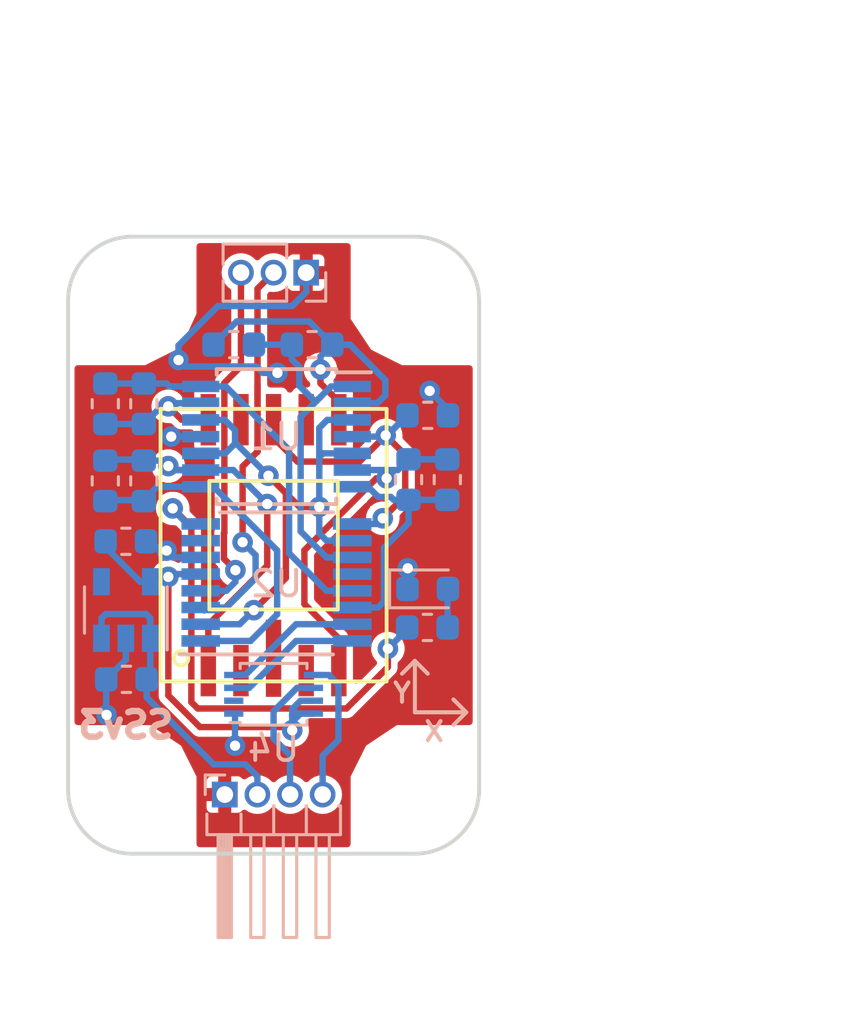
<source format=kicad_pcb>
(kicad_pcb (version 20211014) (generator pcbnew)
  (title_block (title "PSD Sun Sensor") (date "2021-06-29") (rev "v3") (company "Aalto University") (comment 1 "Petri Niemelä"))
  (layers (0 "F.Cu" signal) (31 "B.Cu" signal) (34 "B.Paste" user) (35 "F.Paste" user) (36 "B.SilkS" user "B.Silkscreen") (37 "F.SilkS" user "F.Silkscreen") (38 "B.Mask" user) (39 "F.Mask" user) (44 "Edge.Cuts" user))
  (net 0 "")
  (net 1 "+3V3")
  (net 2 "GND")
  (net 3 "/VX1")
  (net 4 "Net-(C3-Pad2)")
  (net 5 "Net-(C4-Pad2)")
  (net 6 "/VX2")
  (net 7 "/VY1")
  (net 8 "Net-(C5-Pad2)")
  (net 9 "Net-(C6-Pad2)")
  (net 10 "/VY2")
  (net 16 "/V_ref")
  (net 17 "/SCL")
  (net 18 "/SDA")
  (net 19 "/Vopamp")
  (net 20 "/SBWTDIO")
  (net 21 "/VIN")
  (net 22 "/SBWTCK")
  (net 23 "Net-(D2-Pad2)")
  (net 24 "/LED")
  (net 28 "/SDA_OUT")
  (net 29 "/SCL_OUT")
  (footprint "MountingHole:MountingHole_2.2mm_M2" (layer "F.Cu") (at 144.5 109.5)
    (fp_text reference "MH4" hide)
    (fp_text value "MountingHole")
    (pad "" np_thru_hole circle locked (at 0 0) (size 2.2 2.2) (drill 2.2) (layers *.Cu *.Mask))
  )
  (footprint "MountingHole:MountingHole_2.2mm_M2" (layer "F.Cu") (at 155.5 90.5)
    (fp_text reference "MH2" hide)
    (fp_text value "MountingHole")
    (pad "" np_thru_hole circle locked (at 0 0) (size 2.2 2.2) (drill 2.2) (layers *.Cu *.Mask))
  )
  (footprint "MountingHole:MountingHole_2.2mm_M2" (layer "F.Cu") (at 155.5 109.5)
    (fp_text reference "MH3" hide)
    (fp_text value "MountingHole")
    (pad "" np_thru_hole circle locked (at 0 0) (size 2.2 2.2) (drill 2.2) (layers *.Cu *.Mask))
  )
  (footprint "MountingHole:MountingHole_2.2mm_M2" (layer "F.Cu") (at 144.5 90.5)
    (fp_text reference "MH1" hide)
    (fp_text value "MountingHole")
    (pad "" np_thru_hole circle locked (at 0 0) (size 2.2 2.2) (drill 2.2) (layers *.Cu *.Mask))
  )
  (footprint "Foresail:Hamatsu_S5980" (layer "F.Cu") (at 150 100)
    (fp_text reference "D1" hide)
    (fp_text value "Hamamatsu S5990-01")
    (fp_line (start -2.5 2.5) (end -2.5 -2.5) (layer "F.SilkS") (width 0.15))
    (fp_line (start -4.4 -5.3) (end 4.4 -5.3) (layer "F.SilkS") (width 0.15))
    (fp_line (start -2.5 -2.5) (end 2.5 -2.5) (layer "F.SilkS") (width 0.15))
    (fp_line (start 2.5 -2.5) (end 2.5 2.5) (layer "F.SilkS") (width 0.15))
    (fp_line (start 4.4 -5.3) (end 4.4 5.3) (layer "F.SilkS") (width 0.15))
    (fp_line (start 2.5 2.5) (end -2.5 2.5) (layer "F.SilkS") (width 0.15))
    (fp_line (start -4.4 5.3) (end -4.4 -5.3) (layer "F.SilkS") (width 0.15))
    (fp_line (start 4.4 5.3) (end -4.4 5.3) (layer "F.SilkS") (width 0.15))
    (fp_circle (center -3.6 4.4) (end -3.317157 4.4) (layer "F.SilkS") (width 0.15) (fill none))
    (pad "1" smd rect locked (at -2.54 4.88) (size 0.6 2) (layers "F.Cu" "F.Paste" "F.Mask") (net 9 "Net-(C6-Pad2)"))
    (pad "2" smd rect locked (at -1.27 4.88) (size 0.6 2) (layers "F.Cu" "F.Paste" "F.Mask"))
    (pad "3" smd rect locked (at 0 4.4) (size 0.6 3) (layers "F.Cu" "F.Paste" "F.Mask"))
    (pad "4" smd rect locked (at 1.27 4.88) (size 0.6 2) (layers "F.Cu" "F.Paste" "F.Mask"))
    (pad "5" smd rect locked (at 2.54 4.88) (size 0.6 2) (layers "F.Cu" "F.Paste" "F.Mask") (net 5 "Net-(C4-Pad2)"))
    (pad "6" smd rect locked (at 2.54 -4.88) (size 0.6 2) (layers "F.Cu" "F.Paste" "F.Mask") (net 8 "Net-(C5-Pad2)"))
    (pad "7" smd rect locked (at 1.27 -4.88) (size 0.6 2) (layers "F.Cu" "F.Paste" "F.Mask"))
    (pad "8" smd rect locked (at 0 -4.88) (size 0.6 2) (layers "F.Cu" "F.Paste" "F.Mask") (net 19 "/Vopamp"))
    (pad "9" smd rect locked (at -1.27 -4.88) (size 0.6 2) (layers "F.Cu" "F.Paste" "F.Mask"))
    (pad "10" smd rect locked (at -2.54 -4.88) (size 0.6 2) (layers "F.Cu" "F.Paste" "F.Mask") (net 4 "Net-(C3-Pad2)"))
  )
  (footprint "Capacitor_SMD:C_0603_1608Metric" (layer "B.Cu") (at 156 94.95 180)
    (fp_text reference "C1" hide)
    (fp_text value "10n")
    (fp_line (start -0.162779 -0.51) (end 0.162779 -0.51) (layer "B.SilkS") (width 0.12))
    (fp_line (start -0.162779 0.51) (end 0.162779 0.51) (layer "B.SilkS") (width 0.12))
    (pad "1" smd roundrect locked (at -0.7875 0 180) (size 0.875 0.95) (layers "B.Cu" "B.Paste" "B.Mask") (net 2 "GND"))
    (pad "2" smd roundrect locked (at 0.7875 0 180) (size 0.875 0.95) (layers "B.Cu" "B.Paste" "B.Mask") (net 19 "/Vopamp"))
  )
  (footprint "Resistor_SMD:R_0603_1608Metric" (layer "B.Cu") (at 143.45 97.5 90)
    (fp_text reference "R4" hide)
    (fp_text value "9k1")
    (fp_line (start -0.162779 -0.51) (end 0.162779 -0.51) (layer "B.SilkS") (width 0.12))
    (fp_line (start -0.162779 0.51) (end 0.162779 0.51) (layer "B.SilkS") (width 0.12))
    (pad "1" smd roundrect locked (at -0.7875 0 90) (size 0.875 0.95) (layers "B.Cu" "B.Paste" "B.Mask") (net 3 "/VX1"))
    (pad "2" smd roundrect locked (at 0.7875 0 90) (size 0.875 0.95) (layers "B.Cu" "B.Paste" "B.Mask") (net 9 "Net-(C6-Pad2)"))
  )
  (footprint "Capacitor_SMD:C_0603_1608Metric" (layer "B.Cu") (at 143.45 94.5 -90)
    (fp_text reference "C3" hide)
    (fp_text value "470n")
    (fp_line (start -0.162779 -0.51) (end 0.162779 -0.51) (layer "B.SilkS") (width 0.12))
    (fp_line (start -0.162779 0.51) (end 0.162779 0.51) (layer "B.SilkS") (width 0.12))
    (pad "1" smd roundrect locked (at -0.7875 0 270) (size 0.875 0.95) (layers "B.Cu" "B.Paste" "B.Mask") (net 10 "/VY2"))
    (pad "2" smd roundrect locked (at 0.7875 0 270) (size 0.875 0.95) (layers "B.Cu" "B.Paste" "B.Mask") (net 4 "Net-(C3-Pad2)"))
  )
  (footprint "Capacitor_SMD:C_0603_1608Metric" (layer "B.Cu") (at 144.95 97.5 90)
    (fp_text reference "C6" hide)
    (fp_text value "470n")
    (fp_line (start -0.162779 -0.51) (end 0.162779 -0.51) (layer "B.SilkS") (width 0.12))
    (fp_line (start -0.162779 0.51) (end 0.162779 0.51) (layer "B.SilkS") (width 0.12))
    (pad "1" smd roundrect locked (at -0.7875 0 90) (size 0.875 0.95) (layers "B.Cu" "B.Paste" "B.Mask") (net 3 "/VX1"))
    (pad "2" smd roundrect locked (at 0.7875 0 90) (size 0.875 0.95) (layers "B.Cu" "B.Paste" "B.Mask") (net 9 "Net-(C6-Pad2)"))
  )
  (footprint "Resistor_SMD:R_0603_1608Metric" (layer "B.Cu") (at 144.95 94.5 -90)
    (fp_text reference "R1" hide)
    (fp_text value "9k1")
    (fp_line (start -0.162779 0.51) (end 0.162779 0.51) (layer "B.SilkS") (width 0.12))
    (fp_line (start -0.162779 -0.51) (end 0.162779 -0.51) (layer "B.SilkS") (width 0.12))
    (pad "1" smd roundrect locked (at -0.7875 0 270) (size 0.875 0.95) (layers "B.Cu" "B.Paste" "B.Mask") (net 10 "/VY2"))
    (pad "2" smd roundrect locked (at 0.7875 0 270) (size 0.875 0.95) (layers "B.Cu" "B.Paste" "B.Mask") (net 4 "Net-(C3-Pad2)"))
  )
  (footprint "Capacitor_SMD:C_0603_1608Metric" (layer "B.Cu") (at 148.45 92.2 180)
    (fp_text reference "C5" hide)
    (fp_text value "470n")
    (fp_line (start -0.162779 0.51) (end 0.162779 0.51) (layer "B.SilkS") (width 0.12))
    (fp_line (start -0.162779 -0.51) (end 0.162779 -0.51) (layer "B.SilkS") (width 0.12))
    (pad "1" smd roundrect locked (at -0.7875 0 180) (size 0.875 0.95) (layers "B.Cu" "B.Paste" "B.Mask") (net 6 "/VX2"))
    (pad "2" smd roundrect locked (at 0.7875 0 180) (size 0.875 0.95) (layers "B.Cu" "B.Paste" "B.Mask") (net 8 "Net-(C5-Pad2)"))
  )
  (footprint "LED_SMD:LED_0603_1608Metric" (layer "B.Cu") (at 156 101.7)
    (fp_text reference "D2" hide)
    (fp_text value "YELLOW LED")
    (fp_line (start -1.485 0.735) (end -1.485 -0.735) (layer "B.SilkS") (width 0.12))
    (fp_line (start 0.8 0.735) (end -1.485 0.735) (layer "B.SilkS") (width 0.12))
    (fp_line (start -1.485 -0.735) (end 0.8 -0.735) (layer "B.SilkS") (width 0.12))
    (pad "1" smd roundrect locked (at -0.7875 0) (size 0.875 0.95) (layers "B.Cu" "B.Paste" "B.Mask") (net 2 "GND"))
    (pad "2" smd roundrect locked (at 0.7875 0) (size 0.875 0.95) (layers "B.Cu" "B.Paste" "B.Mask") (net 23 "Net-(D2-Pad2)"))
  )
  (footprint "Package_TO_SOT_SMD:SOT-23-5" (layer "B.Cu") (at 144.25 102.522 90)
    (fp_text reference "U3" hide)
    (fp_text value "TLV71333P-Q1")
    (fp_line (start -0.9 -1.61) (end 0.9 -1.61) (layer "B.SilkS") (width 0.12))
    (fp_line (start 0.9 1.61) (end -1.55 1.61) (layer "B.SilkS") (width 0.12))
    (pad "1" smd rect locked (at -1.1 0.95 90) (size 1.06 0.65) (layers "B.Cu" "B.Paste" "B.Mask") (net 21 "/VIN"))
    (pad "2" smd rect locked (at -1.1 0 90) (size 1.06 0.65) (layers "B.Cu" "B.Paste" "B.Mask") (net 2 "GND"))
    (pad "3" smd rect locked (at -1.1 -0.95 90) (size 1.06 0.65) (layers "B.Cu" "B.Paste" "B.Mask") (net 21 "/VIN"))
    (pad "4" smd rect locked (at 1.1 -0.95 90) (size 1.06 0.65) (layers "B.Cu" "B.Paste" "B.Mask"))
    (pad "5" smd rect locked (at 1.1 0.95 90) (size 1.06 0.65) (layers "B.Cu" "B.Paste" "B.Mask") (net 1 "+3V3"))
  )
  (footprint "Capacitor_SMD:C_0603_1608Metric" (layer "B.Cu") (at 144.272 105.218)
    (fp_text reference "C2" hide)
    (fp_text value "100n")
    (fp_line (start -0.162779 0.51) (end 0.162779 0.51) (layer "B.SilkS") (width 0.12))
    (fp_line (start -0.162779 -0.51) (end 0.162779 -0.51) (layer "B.SilkS") (width 0.12))
    (pad "1" smd roundrect locked (at -0.7875 0) (size 0.875 0.95) (layers "B.Cu" "B.Paste" "B.Mask") (net 2 "GND"))
    (pad "2" smd roundrect locked (at 0.7875 0) (size 0.875 0.95) (layers "B.Cu" "B.Paste" "B.Mask") (net 21 "/VIN"))
  )
  (footprint "Resistor_SMD:R_0603_1608Metric" (layer "B.Cu") (at 155.254 97.45 90)
    (fp_text reference "R2" hide)
    (fp_text value "9k1")
    (fp_line (start -0.162779 0.51) (end 0.162779 0.51) (layer "B.SilkS") (width 0.12))
    (fp_line (start -0.162779 -0.51) (end 0.162779 -0.51) (layer "B.SilkS") (width 0.12))
    (pad "1" smd roundrect locked (at -0.7875 0 90) (size 0.875 0.95) (layers "B.Cu" "B.Paste" "B.Mask") (net 7 "/VY1"))
    (pad "2" smd roundrect locked (at 0.7875 0 90) (size 0.875 0.95) (layers "B.Cu" "B.Paste" "B.Mask") (net 5 "Net-(C4-Pad2)"))
  )
  (footprint "Package_SO:TSSOP-16_4.4x5mm_P0.65mm" (layer "B.Cu") (at 150.114 101.45)
    (fp_text reference "U2" (at 0 0.05) (layer "B.SilkS") (effects (justify mirror)))
    (fp_text value "MSP430FR2311IPW16")
    (fp_line (start -2.2 -2.725) (end 2.2 -2.725) (layer "B.SilkS") (width 0.15))
    (fp_line (start -3.775 2.8) (end 2.2 2.8) (layer "B.SilkS") (width 0.15))
    (pad "1" smd rect locked (at -2.95 2.275) (size 1.5 0.45) (layers "B.Cu" "B.Paste" "B.Mask") (net 3 "/VX1"))
    (pad "2" smd rect locked (at -2.95 1.625) (size 1.5 0.45) (layers "B.Cu" "B.Paste" "B.Mask") (net 16 "/V_ref"))
    (pad "3" smd rect locked (at -2.95 0.975) (size 1.5 0.45) (layers "B.Cu" "B.Paste" "B.Mask") (net 22 "/SBWTCK"))
    (pad "4" smd rect locked (at -2.95 0.325) (size 1.5 0.45) (layers "B.Cu" "B.Paste" "B.Mask") (net 20 "/SBWTDIO"))
    (pad "5" smd rect locked (at -2.95 -0.325) (size 1.5 0.45) (layers "B.Cu" "B.Paste" "B.Mask") (net 1 "+3V3"))
    (pad "6" smd rect locked (at -2.95 -0.975) (size 1.5 0.45) (layers "B.Cu" "B.Paste" "B.Mask") (net 2 "GND"))
    (pad "7" smd rect locked (at -2.95 -1.625) (size 1.5 0.45) (layers "B.Cu" "B.Paste" "B.Mask"))
    (pad "8" smd rect locked (at -2.95 -2.275) (size 1.5 0.45) (layers "B.Cu" "B.Paste" "B.Mask") (net 24 "/LED"))
    (pad "9" smd rect locked (at 2.95 -2.275) (size 1.5 0.45) (layers "B.Cu" "B.Paste" "B.Mask") (net 19 "/Vopamp"))
    (pad "10" smd rect locked (at 2.95 -1.625) (size 1.5 0.45) (layers "B.Cu" "B.Paste" "B.Mask") (net 16 "/V_ref"))
    (pad "11" smd rect locked (at 2.95 -0.975) (size 1.5 0.45) (layers "B.Cu" "B.Paste" "B.Mask") (net 6 "/VX2"))
    (pad "12" smd rect locked (at 2.95 -0.325) (size 1.5 0.45) (layers "B.Cu" "B.Paste" "B.Mask"))
    (pad "13" smd rect locked (at 2.95 0.325) (size 1.5 0.45) (layers "B.Cu" "B.Paste" "B.Mask") (net 10 "/VY2"))
    (pad "14" smd rect locked (at 2.95 0.975) (size 1.5 0.45) (layers "B.Cu" "B.Paste" "B.Mask") (net 7 "/VY1"))
    (pad "15" smd rect locked (at 2.95 1.625) (size 1.5 0.45) (layers "B.Cu" "B.Paste" "B.Mask") (net 17 "/SCL"))
    (pad "16" smd rect locked (at 2.95 2.275) (size 1.5 0.45) (layers "B.Cu" "B.Paste" "B.Mask") (net 18 "/SDA"))
  )
  (footprint "Package_SO:TSSOP-14_4.4x5mm_P0.65mm" (layer "B.Cu") (at 150.114 95.778 180)
    (fp_text reference "U1" (at 0 0 180) (layer "B.SilkS") (effects (justify mirror)))
    (fp_text value "LMV344-Q1")
    (fp_line (start -2.325 2.625) (end -2.325 2.5) (layer "B.SilkS") (width 0.15))
    (fp_line (start -2.325 -2.625) (end 2.325 -2.625) (layer "B.SilkS") (width 0.15))
    (fp_line (start -2.325 -2.625) (end -2.325 -2.4) (layer "B.SilkS") (width 0.15))
    (fp_line (start 2.325 -2.625) (end 2.325 -2.4) (layer "B.SilkS") (width 0.15))
    (fp_line (start 2.325 2.625) (end 2.325 2.4) (layer "B.SilkS") (width 0.15))
    (fp_line (start -2.325 2.625) (end 2.325 2.625) (layer "B.SilkS") (width 0.15))
    (fp_line (start -2.325 2.5) (end -3.675 2.5) (layer "B.SilkS") (width 0.15))
    (pad "1" smd rect locked (at -2.95 1.95 180) (size 1.45 0.45) (layers "B.Cu" "B.Paste" "B.Mask") (net 6 "/VX2"))
    (pad "2" smd rect locked (at -2.95 1.3 180) (size 1.45 0.45) (layers "B.Cu" "B.Paste" "B.Mask") (net 8 "Net-(C5-Pad2)"))
    (pad "3" smd rect locked (at -2.95 0.65 180) (size 1.45 0.45) (layers "B.Cu" "B.Paste" "B.Mask") (net 16 "/V_ref"))
    (pad "4" smd rect locked (at -2.95 0 180) (size 1.45 0.45) (layers "B.Cu" "B.Paste" "B.Mask") (net 19 "/Vopamp"))
    (pad "5" smd rect locked (at -2.95 -0.65 180) (size 1.45 0.45) (layers "B.Cu" "B.Paste" "B.Mask") (net 16 "/V_ref"))
    (pad "6" smd rect locked (at -2.95 -1.3 180) (size 1.45 0.45) (layers "B.Cu" "B.Paste" "B.Mask") (net 5 "Net-(C4-Pad2)"))
    (pad "7" smd rect locked (at -2.95 -1.95 180) (size 1.45 0.45) (layers "B.Cu" "B.Paste" "B.Mask") (net 7 "/VY1"))
    (pad "8" smd rect locked (at 2.95 -1.95 180) (size 1.45 0.45) (layers "B.Cu" "B.Paste" "B.Mask") (net 3 "/VX1"))
    (pad "9" smd rect locked (at 2.95 -1.3 180) (size 1.45 0.45) (layers "B.Cu" "B.Paste" "B.Mask") (net 9 "Net-(C6-Pad2)"))
    (pad "10" smd rect locked (at 2.95 -0.65 180) (size 1.45 0.45) (layers "B.Cu" "B.Paste" "B.Mask") (net 16 "/V_ref"))
    (pad "11" smd rect locked (at 2.95 0 180) (size 1.45 0.45) (layers "B.Cu" "B.Paste" "B.Mask") (net 2 "GND"))
    (pad "12" smd rect locked (at 2.95 0.65 180) (size 1.45 0.45) (layers "B.Cu" "B.Paste" "B.Mask") (net 16 "/V_ref"))
    (pad "13" smd rect locked (at 2.95 1.3 180) (size 1.45 0.45) (layers "B.Cu" "B.Paste" "B.Mask") (net 4 "Net-(C3-Pad2)"))
    (pad "14" smd rect locked (at 2.95 1.95 180) (size 1.45 0.45) (layers "B.Cu" "B.Paste" "B.Mask") (net 10 "/VY2"))
  )
  (footprint "Resistor_SMD:R_0603_1608Metric" (layer "B.Cu") (at 151.5 92.2)
    (fp_text reference "R3" hide)
    (fp_text value "9k1")
    (fp_line (start -0.162779 -0.51) (end 0.162779 -0.51) (layer "B.SilkS") (width 0.12))
    (fp_line (start -0.162779 0.51) (end 0.162779 0.51) (layer "B.SilkS") (width 0.12))
    (pad "1" smd roundrect locked (at -0.7875 0) (size 0.875 0.95) (layers "B.Cu" "B.Paste" "B.Mask") (net 6 "/VX2"))
    (pad "2" smd roundrect locked (at 0.7875 0) (size 0.875 0.95) (layers "B.Cu" "B.Paste" "B.Mask") (net 8 "Net-(C5-Pad2)"))
  )
  (footprint "Capacitor_SMD:C_0603_1608Metric" (layer "B.Cu") (at 144.25 99.85 180)
    (fp_text reference "C7" hide)
    (fp_text value "100n")
    (fp_line (start -0.162779 0.51) (end 0.162779 0.51) (layer "B.SilkS") (width 0.12))
    (fp_line (start -0.162779 -0.51) (end 0.162779 -0.51) (layer "B.SilkS") (width 0.12))
    (pad "1" smd roundrect locked (at -0.7875 0 180) (size 0.875 0.95) (layers "B.Cu" "B.Paste" "B.Mask") (net 2 "GND"))
    (pad "2" smd roundrect locked (at 0.7875 0 180) (size 0.875 0.95) (layers "B.Cu" "B.Paste" "B.Mask") (net 1 "+3V3"))
  )
  (footprint "Connector_PinHeader_1.27mm:PinHeader_1x04_P1.27mm_Horizontal" (layer "B.Cu") (at 148.1 109.7 -90)
    (fp_text reference "J2" hide)
    (fp_text value "Conn_01x04")
    (fp_line (start 1.56 0.695) (end 1.56 -4.505) (layer "B.SilkS") (width 0.12))
    (fp_line (start 0.76 0.695) (end 1.56 0.695) (layer "B.SilkS") (width 0.12))
    (fp_line (start 5.56 -3.55) (end 5.56 -4.07) (layer "B.SilkS") (width 0.12))
    (fp_line (start 5.56 -4.07) (end 1.56 -4.07) (layer "B.SilkS") (width 0.12))
    (fp_line (start 1.56 -2.28) (end 5.56 -2.28) (layer "B.SilkS") (width 0.12))
    (fp_line (start 1.56 -3.55) (end 5.56 -3.55) (layer "B.SilkS") (width 0.12))
    (fp_line (start 5.56 -0.26) (end 1.56 -0.26) (layer "B.SilkS") (width 0.12))
    (fp_line (start 1.56 -0.16) (end 5.56 -0.16) (layer "B.SilkS") (width 0.12))
    (fp_line (start 1.56 0.2) (end 5.56 0.2) (layer "B.SilkS") (width 0.12))
    (fp_line (start 0.44 -3.159677) (end 0.44 -3.190323) (layer "B.SilkS") (width 0.12))
    (fp_line (start -0.76 0) (end -0.76 0.76) (layer "B.SilkS") (width 0.12))
    (fp_line (start 0.44 -1.905) (end 1.56 -1.905) (layer "B.SilkS") (width 0.12))
    (fp_line (start 0.44 -4.505) (end 0.44 -4.429677) (layer "B.SilkS") (width 0.12))
    (fp_line (start 5.56 -2.28) (end 5.56 -2.8) (layer "B.SilkS") (width 0.12))
    (fp_line (start 5.56 -2.8) (end 1.56 -2.8) (layer "B.SilkS") (width 0.12))
    (fp_line (start 5.56 0.26) (end 5.56 -0.26) (layer "B.SilkS") (width 0.12))
    (fp_line (start -0.76 0.76) (end 0 0.76) (layer "B.SilkS") (width 0.12))
    (fp_line (start 1.56 -0.04) (end 5.56 -0.04) (layer "B.SilkS") (width 0.12))
    (fp_line (start 1.56 -1.01) (end 5.56 -1.01) (layer "B.SilkS") (width 0.12))
    (fp_line (start 5.56 -1.01) (end 5.56 -1.53) (layer "B.SilkS") (width 0.12))
    (fp_line (start 0.76 -0.635) (end 1.56 -0.635) (layer "B.SilkS") (width 0.12))
    (fp_line (start 1.56 0.26) (end 5.56 0.26) (layer "B.SilkS") (width 0.12))
    (fp_line (start 0.44 -1.889677) (end 0.44 -1.920323) (layer "B.SilkS") (width 0.12))
    (fp_line (start 1.56 -4.505) (end 0.44 -4.505) (layer "B.SilkS") (width 0.12))
    (fp_line (start 0.44 -3.175) (end 1.56 -3.175) (layer "B.SilkS") (width 0.12))
    (fp_line (start 1.56 0.08) (end 5.56 0.08) (layer "B.SilkS") (width 0.12))
    (fp_line (start 5.56 -1.53) (end 1.56 -1.53) (layer "B.SilkS") (width 0.12))
    (pad "1" thru_hole rect locked (at 0 0 270) (size 1 1) (drill 0.65) (layers *.Cu *.Mask) (net 2 "GND"))
    (pad "2" thru_hole oval locked (at 0 -1.27 270) (size 1 1) (drill 0.65) (layers *.Cu *.Mask) (net 21 "/VIN"))
    (pad "3" thru_hole oval locked (at 0 -2.54 270) (size 1 1) (drill 0.65) (layers *.Cu *.Mask) (net 28 "/SDA_OUT"))
    (pad "4" thru_hole oval locked (at 0 -3.81 270) (size 1 1) (drill 0.65) (layers *.Cu *.Mask) (net 29 "/SCL_OUT"))
  )
  (footprint "Connector_PinHeader_1.27mm:PinHeader_1x03_P1.27mm_Vertical" (layer "B.Cu") (at 151.27 89.4 90)
    (fp_text reference "J1" hide)
    (fp_text value "Conn_01x03")
    (fp_line (start 0.563471 -0.76) (end 1.11 -0.76) (layer "B.SilkS") (width 0.12))
    (fp_line (start -1.11 0.76) (end 0 0.76) (layer "B.SilkS") (width 0.12))
    (fp_line (start 1.11 -0.76) (end 1.11 -3.235) (layer "B.SilkS") (width 0.12))
    (fp_line (start -1.11 0) (end -1.11 0.76) (layer "B.SilkS") (width 0.12))
    (fp_line (start -1.11 -3.235) (end -0.30753 -3.235) (layer "B.SilkS") (width 0.12))
    (fp_line (start -1.11 -0.76) (end -0.563471 -0.76) (layer "B.SilkS") (width 0.12))
    (fp_line (start -1.11 -0.76) (end -1.11 -3.235) (layer "B.SilkS") (width 0.12))
    (fp_line (start 0.30753 -3.235) (end 1.11 -3.235) (layer "B.SilkS") (width 0.12))
    (pad "1" thru_hole rect locked (at 0 0 90) (size 1 1) (drill 0.65) (layers *.Cu *.Mask) (net 2 "GND"))
    (pad "2" thru_hole oval locked (at 0 -1.27 90) (size 1 1) (drill 0.65) (layers *.Cu *.Mask) (net 22 "/SBWTCK"))
    (pad "3" thru_hole oval locked (at 0 -2.54 90) (size 1 1) (drill 0.65) (layers *.Cu *.Mask) (net 20 "/SBWTDIO"))
  )
  (footprint "Capacitor_SMD:C_0603_1608Metric" (layer "B.Cu") (at 156.762 97.45 90)
    (fp_text reference "C4" hide)
    (fp_text value "470n")
    (fp_line (start -0.162779 -0.51) (end 0.162779 -0.51) (layer "B.SilkS") (width 0.12))
    (fp_line (start -0.162779 0.51) (end 0.162779 0.51) (layer "B.SilkS") (width 0.12))
    (pad "1" smd roundrect locked (at -0.7875 0 90) (size 0.875 0.95) (layers "B.Cu" "B.Paste" "B.Mask") (net 7 "/VY1"))
    (pad "2" smd roundrect locked (at 0.7875 0 90) (size 0.875 0.95) (layers "B.Cu" "B.Paste" "B.Mask") (net 5 "Net-(C4-Pad2)"))
  )
  (footprint "Resistor_SMD:R_0603_1608Metric" (layer "B.Cu") (at 155.9875 103.2)
    (fp_text reference "R5" hide)
    (fp_text value "330")
    (fp_line (start -0.162779 -0.51) (end 0.162779 -0.51) (layer "B.SilkS") (width 0.12))
    (fp_line (start -0.162779 0.51) (end 0.162779 0.51) (layer "B.SilkS") (width 0.12))
    (pad "1" smd roundrect locked (at -0.7875 0) (size 0.875 0.95) (layers "B.Cu" "B.Paste" "B.Mask") (net 24 "/LED"))
    (pad "2" smd roundrect locked (at 0.7875 0) (size 0.875 0.95) (layers "B.Cu" "B.Paste" "B.Mask") (net 23 "Net-(D2-Pad2)"))
  )
  (footprint "Package_SO:VSSOP-8_2.4x2.1mm_P0.5mm" (layer "B.Cu") (at 150 105.8)
    (fp_text reference "U4" (at 0 2.1) (layer "B.SilkS") (effects (justify mirror)))
    (fp_text value "SN74TVC3306DCT")
    (fp_line (start 1.3 1) (end 1.3 1.2) (layer "B.SilkS") (width 0.12))
    (fp_line (start 1.3 -1.2) (end 1.3 -1) (layer "B.SilkS") (width 0.12))
    (fp_line (start -1.3 -1.2) (end -1.3 -1) (layer "B.SilkS") (width 0.12))
    (fp_line (start -1.3 1.1) (end -1.7 1.1) (layer "B.SilkS") (width 0.12))
    (fp_line (start -1.3 -1.2) (end 1.3 -1.2) (layer "B.SilkS") (width 0.12))
    (fp_line (start 1.3 1.2) (end -1.3 1.2) (layer "B.SilkS") (width 0.12))
    (fp_line (start -1.3 1.2) (end -1.3 1.1) (layer "B.SilkS") (width 0.12))
    (pad "1" smd rect locked (at -1.55 0.75) (size 0.75 0.25) (layers "B.Cu" "B.Paste" "B.Mask") (net 2 "GND"))
    (pad "2" smd rect locked (at -1.55 0.25) (size 0.75 0.25) (layers "B.Cu" "B.Paste" "B.Mask"))
    (pad "3" smd rect locked (at -1.55 -0.25) (size 0.75 0.25) (layers "B.Cu" "B.Paste" "B.Mask") (net 18 "/SDA"))
    (pad "4" smd rect locked (at -1.55 -0.75) (size 0.75 0.25) (layers "B.Cu" "B.Paste" "B.Mask") (net 17 "/SCL"))
    (pad "5" smd rect locked (at 1.55 -0.75) (size 0.75 0.25) (layers "B.Cu" "B.Paste" "B.Mask") (net 29 "/SCL_OUT"))
    (pad "6" smd rect locked (at 1.55 -0.25) (size 0.75 0.25) (layers "B.Cu" "B.Paste" "B.Mask") (net 28 "/SDA_OUT"))
    (pad "7" smd rect locked (at 1.55 0.25) (size 0.75 0.25) (layers "B.Cu" "B.Paste" "B.Mask") (net 1 "+3V3"))
    (pad "8" smd rect locked (at 1.55 0.75) (size 0.75 0.25) (layers "B.Cu" "B.Paste" "B.Mask") (net 1 "+3V3"))
  )
  (gr_line (start 155.5 104.5) (end 155 105) (layer "B.SilkS") (width 0.15))
  (gr_line (start 157.5 106.5) (end 157 107) (layer "B.SilkS") (width 0.15))
  (gr_line (start 155.5 106.5) (end 157.5 106.5) (layer "B.SilkS") (width 0.15))
  (gr_line (start 155.5 104.5) (end 156 105) (layer "B.SilkS") (width 0.15))
  (gr_line (start 157.5 106.5) (end 157 106) (layer "B.SilkS") (width 0.15))
  (gr_line (start 155.5 106.5) (end 155.5 104.5) (layer "B.SilkS") (width 0.15))
  (gr_line (start 155.5 106.5) (end 157.5 106.5) (layer "F.SilkS") (width 0.15))
  (gr_line (start 155.5 104.5) (end 155.5 106.5) (layer "F.SilkS") (width 0.15))
  (gr_line (start 155 105) (end 155.5 104.5) (layer "F.SilkS") (width 0.15))
  (gr_line (start 156 105) (end 155.5 104.5) (layer "F.SilkS") (width 0.15))
  (gr_line (start 157.5 106.5) (end 157 106) (layer "F.SilkS") (width 0.15))
  (gr_line (start 157.5 106.5) (end 157 107) (layer "F.SilkS") (width 0.15))
  (gr_line (start 144.5 88) (end 155.5 88) (layer "Edge.Cuts") (width 0.15))
  (gr_line (start 158 90.5) (end 158 109.5) (layer "Edge.Cuts") (width 0.15))
  (gr_line (start 142 109.5) (end 142 90.5) (layer "Edge.Cuts") (width 0.15))
  (gr_arc (start 158 109.5) (mid 157.267767 111.267767) (end 155.5 112) (layer "Edge.Cuts") (width 0.15))
  (gr_arc (start 144.5 112) (mid 142.732233 111.267767) (end 142 109.5) (layer "Edge.Cuts") (width 0.15))
  (gr_line (start 155.5 112) (end 144.5 112) (layer "Edge.Cuts") (width 0.15))
  (gr_arc (start 142 90.5) (mid 142.732233 88.732233) (end 144.5 88) (layer "Edge.Cuts") (width 0.15))
  (gr_arc (start 155.5 88) (mid 157.267767 88.732233) (end 158 90.5) (layer "Edge.Cuts") (width 0.15))
  (gr_text "X" (at 156.25 107.25) (layer "B.SilkS") (effects (font (size 0.75 0.75)) (justify mirror)))
  (gr_text "Y" (at 155 105.75) (layer "B.SilkS") (effects (font (size 0.75 0.75)) (justify mirror)))
  (gr_text "SSv3" (at 144.25 107) (layer "B.SilkS") (effects (font (size 1 1) (thickness 0.25)) (justify mirror)))
  (gr_text "X" (at 156.25 107.25) (layer "F.SilkS") (effects (font (size 0.75 0.75))))
  (gr_text "Y" (at 155 105.75) (layer "F.SilkS") (effects (font (size 0.75 0.75))))
  (segment (start 147.133586 107.074999) (end 145.904296 105.845709) (width 0.25) (layer "F.Cu") (net 1))
  (segment (start 145.904296 105.845709) (end 145.904296 101.233432) (width 0.25) (layer "F.Cu") (net 1))
  (segment (start 150.600009 107.074999) (end 147.133586 107.074999) (width 0.25) (layer "F.Cu") (net 1))
  (segment (start 150.72501 107.2) (end 150.600009 107.074999) (width 0.25) (layer "F.Cu") (net 1))
  (via (at 150.72501 107.2) (size 0.8) (drill 0.4) (layers "F.Cu" "B.Cu") (net 1))
  (via (at 145.904296 101.233432) (size 0.8) (drill 0.4) (layers "F.Cu" "B.Cu") (net 1))
  (segment (start 151.05 106.55) (end 150.80002 106.55) (width 0.25) (layer "B.Cu") (net 1))
  (segment (start 150.72501 106.37499) (end 150.72501 106.62501) (width 0.25) (layer "B.Cu") (net 1))
  (segment (start 150.80002 106.55) (end 150.72501 106.62501) (width 0.25) (layer "B.Cu") (net 1))
  (segment (start 151.05 106.05) (end 150.72501 106.37499) (width 0.25) (layer "B.Cu") (net 1))
  (segment (start 145.388568 101.233432) (end 145.904296 101.233432) (width 0.25) (layer "B.Cu") (net 1))
  (segment (start 151.55 106.55) (end 150.90002 106.55) (width 0.25) (layer "B.Cu") (net 1))
  (segment (start 150.72501 107.2) (end 150.72501 106.87499) (width 0.25) (layer "B.Cu") (net 1))
  (segment (start 146.012728 101.125) (end 145.904296 101.233432) (width 0.25) (layer "B.Cu") (net 1))
  (segment (start 151.55 106.05) (end 151.05 106.05) (width 0.25) (layer "B.Cu") (net 1))
  (segment (start 150.72501 106.87499) (end 151.05 106.55) (width 0.25) (layer "B.Cu") (net 1))
  (segment (start 150.72501 106.62501) (end 150.72501 107.2) (width 0.25) (layer "B.Cu") (net 1))
  (segment (start 145.2 101.422) (end 145.388568 101.233432) (width 0.25) (layer "B.Cu") (net 1))
  (segment (start 145.2 101.422) (end 144.8125 101.422) (width 0.25) (layer "B.Cu") (net 1))
  (segment (start 150.80001 106.89999) (end 150.80001 107.125) (width 0.25) (layer "B.Cu") (net 1))
  (segment (start 151.55 106.55) (end 151.05 106.55) (width 0.25) (layer "B.Cu") (net 1))
  (segment (start 150.80001 107.125) (end 150.72501 107.2) (width 0.25) (layer "B.Cu") (net 1))
  (segment (start 150.90002 106.55) (end 150.72501 106.37499) (width 0.25) (layer "B.Cu") (net 1))
  (segment (start 144.8125 101.422) (end 143.4625 100.072) (width 0.25) (layer "B.Cu") (net 1))
  (segment (start 147.164 101.125) (end 146.012728 101.125) (width 0.25) (layer "B.Cu") (net 1))
  (segment (start 147 96.8) (end 147 97.2) (width 0.25) (layer "F.Cu") (net 2))
  (segment (start 146.415471 96.215471) (end 147 96.8) (width 0.25) (layer "F.Cu") (net 2))
  (segment (start 146.4 97.8) (end 145 97.8) (width 0.25) (layer "F.Cu") (net 2))
  (segment (start 147 97.2) (end 146.4 97.8) (width 0.25) (layer "F.Cu") (net 2))
  (segment (start 146.015472 95.778001) (end 146.415471 96.178) (width 0.25) (layer "F.Cu") (net 2))
  (segment (start 151.27 89.4) (end 151.27 88.65) (width 0.25) (layer "F.Cu") (net 2))
  (segment (start 151.07 88.45) (end 152.25 88.45) (width 0.25) (layer "F.Cu") (net 2))
  (segment (start 151.27 88.65) (end 151.07 88.45) (width 0.25) (layer "F.Cu") (net 2))
  (segment (start 151.07 88.45) (end 148 88.45) (width 0.25) (layer "F.Cu") (net 2))
  (segment (start 146.415471 96.178) (end 146.415471 96.215471) (width 0.25) (layer "F.Cu") (net 2))
  (via (at 156.074999 93.999999) (size 0.8) (drill 0.4) (layers "F.Cu" "B.Cu") (net 2))
  (via (at 146.3 92.8) (size 0.8) (drill 0.4) (layers "F.Cu" "B.Cu") (net 2))
  (via (at 148.5 107.8) (size 0.8) (drill 0.4) (layers "F.Cu" "B.Cu") (net 2))
  (via (at 146.015472 95.778001) (size 0.8) (drill 0.4) (layers "F.Cu" "B.Cu") (net 2))
  (via (at 150.15 93.3) (size 0.8) (drill 0.4) (layers "F.Cu" "B.Cu") (net 2))
  (via (at 143.5 106.6) (size 0.8) (drill 0.4) (layers "F.Cu" "B.Cu") (net 2))
  (via (at 155.225 100.9) (size 0.8) (drill 0.4) (layers "F.Cu" "B.Cu") (net 2))
  (via (at 145.835954 100.210866) (size 0.8) (drill 0.4) (layers "F.Cu" "B.Cu") (net 2))
  (segment (start 146.100088 100.475) (end 145.835954 100.210866) (width 0.25) (layer "B.Cu") (net 2))
  (segment (start 145.428 100.072) (end 145.697088 100.072) (width 0.25) (layer "B.Cu") (net 2))
  (segment (start 146.3 92.8) (end 146.3 92.234315) (width 0.25) (layer "B.Cu") (net 2))
  (segment (start 156.7875 94.7125) (end 156.074999 93.999999) (width 0.25) (layer "B.Cu") (net 2))
  (segment (start 151.27 90.15) (end 151.27 89.4) (width 0.25) (layer "B.Cu") (net 2))
  (segment (start 147.164 100.475) (end 146.100088 100.475) (width 0.25) (layer "B.Cu") (net 2))
  (segment (start 149.334315 93.05) (end 146.55 93.05) (width 0.25) (layer "B.Cu") (net 2))
  (segment (start 150.15 93.3) (end 149.584315 93.3) (width 0.25) (layer "B.Cu") (net 2))
  (segment (start 156.7875 94.95) (end 156.7875 94.7125) (width 0.25) (layer "B.Cu") (net 2))
  (segment (start 143.4845 105.218) (end 144.25 104.4525) (width 0.25) (layer "B.Cu") (net 2))
  (segment (start 146.3 92.234315) (end 147.834315 90.7) (width 0.25) (layer "B.Cu") (net 2))
  (segment (start 155.2125 100.9125) (end 155.225 100.9) (width 0.25) (layer "B.Cu") (net 2))
  (segment (start 146.55 93.05) (end 146.3 92.8) (width 0.25) (layer "B.Cu") (net 2))
  (segment (start 149.584315 93.3) (end 149.334315 93.05) (width 0.25) (layer "B.Cu") (net 2))
  (segment (start 144.25 104.4525) (end 144.25 103.622) (width 0.25) (layer "B.Cu") (net 2))
  (segment (start 145.2 99.9345) (end 145.0375 99.772) (width 0.4) (layer "B.Cu") (net 2))
  (segment (start 146.015473 95.778) (end 146.015472 95.778001) (width 0.25) (layer "B.Cu") (net 2))
  (segment (start 143.4845 105.218) (end 143.4845 106.2845) (width 0.25) (layer "B.Cu") (net 2))
  (segment (start 147.164 95.778) (end 146.015473 95.778) (width 0.25) (layer "B.Cu") (net 2))
  (segment (start 147.834315 90.7) (end 150.72 90.7) (width 0.25) (layer "B.Cu") (net 2))
  (segment (start 150.72 90.7) (end 151.27 90.15) (width 0.25) (layer "B.Cu") (net 2))
  (segment (start 155.2125 101.7) (end 155.2125 100.9125) (width 0.25) (layer "B.Cu") (net 2))
  (segment (start 145.697088 100.072) (end 145.835954 100.210866) (width 0.25) (layer "B.Cu") (net 2))
  (segment (start 148.5 106.6) (end 148.5 107.8) (width 0.25) (layer "B.Cu") (net 2))
  (segment (start 147.164 97.728) (end 145.4675 97.728) (width 0.25) (layer "B.Cu") (net 3))
  (segment (start 150.139024 100.203024) (end 150.139024 102.690982) (width 0.25) (layer "B.Cu") (net 3))
  (segment (start 150.139024 102.690982) (end 149.105006 103.725) (width 0.25) (layer "B.Cu") (net 3))
  (segment (start 145.4675 97.728) (end 144.95 98.2455) (width 0.25) (layer "B.Cu") (net 3))
  (segment (start 147.664 97.728) (end 150.139024 100.203024) (width 0.25) (layer "B.Cu") (net 3))
  (segment (start 144.996 98.2455) (end 143.496 98.2455) (width 0.25) (layer "B.Cu") (net 3))
  (segment (start 149.105006 103.725) (end 147.164 103.725) (width 0.25) (layer "B.Cu") (net 3))
  (segment (start 147.164 97.728) (end 147.664 97.728) (width 0.25) (layer "B.Cu") (net 3))
  (segment (start 146.300026 94.999972) (end 145.900027 94.599973) (width 0.25) (layer "F.Cu") (net 4))
  (segment (start 146.420054 95.12) (end 146.300026 94.999972) (width 0.25) (layer "F.Cu") (net 4))
  (segment (start 147.46 95.12) (end 146.420054 95.12) (width 0.25) (layer "F.Cu") (net 4))
  (via (at 145.900027 94.599973) (size 0.8) (drill 0.4) (layers "F.Cu" "B.Cu") (net 4))
  (segment (start 144.95 95.2875) (end 143.45 95.2875) (width 0.25) (layer "B.Cu") (net 4))
  (segment (start 145.7595 94.478) (end 144.95 95.2875) (width 0.25) (layer "B.Cu") (net 4))
  (segment (start 147.164 94.478) (end 145.7595 94.478) (width 0.25) (layer "B.Cu") (net 4))
  (segment (start 154 97.4) (end 154.000004 97.400004) (width 0.25) (layer "F.Cu") (net 5))
  (segment (start 152.54 104.88) (end 152.54 103.63) (width 0.25) (layer "F.Cu") (net 5))
  (segment (start 154.000004 97.400004) (end 154.400004 97.400004) (width 0.25) (layer "F.Cu") (net 5))
  (segment (start 151.2 102.29) (end 151.2 100.2) (width 0.25) (layer "F.Cu") (net 5))
  (segment (start 151.2 100.2) (end 154 97.4) (width 0.25) (layer "F.Cu") (net 5))
  (segment (start 152.54 103.63) (end 151.2 102.29) (width 0.25) (layer "F.Cu") (net 5))
  (via (at 154.400004 97.400004) (size 0.8) (drill 0.4) (layers "F.Cu" "B.Cu") (net 5))
  (segment (start 154.8385 97.078) (end 155.254 96.6625) (width 0.25) (layer "B.Cu") (net 5))
  (segment (start 154.400004 97.400004) (end 154.400004 97.156004) (width 0.25) (layer "B.Cu") (net 5))
  (segment (start 154.400004 97.156004) (end 154.322 97.078) (width 0.25) (layer "B.Cu") (net 5))
  (segment (start 153.064 97.078) (end 154.322 97.078) (width 0.25) (layer "B.Cu") (net 5))
  (segment (start 154.322 97.078) (end 154.8385 97.078) (width 0.25) (layer "B.Cu") (net 5))
  (segment (start 155.254 96.6625) (end 156.762 96.6625) (width 0.25) (layer "B.Cu") (net 5))
  (segment (start 152.234744 93.828) (end 151.831372 94.231372) (width 0.25) (layer "B.Cu") (net 6))
  (segment (start 151 93.8) (end 151.6 94.4) (width 0.25) (layer "B.Cu") (net 6))
  (segment (start 151.054011 95.008733) (end 151.054011 99.465011) (width 0.25) (layer "B.Cu") (net 6))
  (segment (start 151.662744 94.4) (end 151.831372 94.231372) (width 0.25) (layer "B.Cu") (net 6))
  (segment (start 151.6 94.4) (end 151.662744 94.4) (width 0.25) (layer "B.Cu") (net 6))
  (segment (start 151.831372 94.231372) (end 151.054011 95.008733) (width 0.25) (layer "B.Cu") (net 6))
  (segment (start 153.064 93.828) (end 152.234744 93.828) (width 0.25) (layer "B.Cu") (net 6))
  (segment (start 151 93.0625) (end 151 93.8) (width 0.25) (layer "B.Cu") (net 6))
  (segment (start 150.7125 92.775) (end 151 93.0625) (width 0.25) (layer "B.Cu") (net 6))
  (segment (start 152.064 100.475) (end 153.064 100.475) (width 0.25) (layer "B.Cu") (net 6))
  (segment (start 149.2375 92.2) (end 150.7125 92.2) (width 0.25) (layer "B.Cu") (net 6))
  (segment (start 151.054011 99.465011) (end 152.064 100.475) (width 0.25) (layer "B.Cu") (net 6))
  (segment (start 150.7125 92.2) (end 150.7125 92.775) (width 0.25) (layer "B.Cu") (net 6))
  (segment (start 155.254 98.2375) (end 156.762 98.2375) (width 0.25) (layer "B.Cu") (net 7))
  (segment (start 154.075004 98.125004) (end 153.678 97.728) (width 0.25) (layer "B.Cu") (net 7))
  (segment (start 154.064 102.425) (end 154.3 102.189) (width 0.25) (layer "B.Cu") (net 7))
  (segment (start 155.254 98.2375) (end 154.679 98.2375) (width 0.25) (layer "B.Cu") (net 7))
  (segment (start 154.679 98.2375) (end 154.566504 98.125004) (width 0.25) (layer "B.Cu") (net 7))
  (segment (start 154.3 100.1) (end 155.254 99.146) (width 0.25) (layer "B.Cu") (net 7))
  (segment (start 154.566504 98.125004) (end 154.075004 98.125004) (width 0.25) (layer "B.Cu") (net 7))
  (segment (start 155.254 99.146) (end 155.254 98.2375) (width 0.25) (layer "B.Cu") (net 7))
  (segment (start 154.3 102.189) (end 154.3 100.1) (width 0.25) (layer "B.Cu") (net 7))
  (segment (start 153.064 102.425) (end 154.064 102.425) (width 0.25) (layer "B.Cu") (net 7))
  (segment (start 153.678 97.728) (end 153.064 97.728) (width 0.25) (layer "B.Cu") (net 7))
  (segment (start 152.54 95.12) (end 152.54 94.42) (width 0.25) (layer "F.Cu") (net 8))
  (segment (start 152.54 94.42) (end 151.82501 93.70501) (width 0.25) (layer "F.Cu") (net 8))
  (segment (start 152.54 95.12) (end 152.54 95.11) (width 0.25) (layer "F.Cu") (net 8))
  (segment (start 151.82501 93.70501) (end 151.82501 93.164732) (width 0.25) (layer "F.Cu") (net 8))
  (via (at 151.82501 93.164732) (size 0.8) (drill 0.4) (layers "F.Cu" "B.Cu") (net 8))
  (segment (start 153.064 94.478) (end 154.039 94.478) (width 0.25) (layer "B.Cu") (net 8))
  (segment (start 148.5625 91.3) (end 151.3875 91.3) (width 0.25) (layer "B.Cu") (net 8))
  (segment (start 151.82501 92.66249) (end 151.82501 93.164732) (width 0.25) (layer "B.Cu") (net 8))
  (segment (start 154.35 94.167) (end 154.35 93.578998) (width 0.25) (layer "B.Cu") (net 8))
  (segment (start 154.039 94.478) (end 154.35 94.167) (width 0.25) (layer "B.Cu") (net 8))
  (segment (start 152.825 92.2) (end 152.2875 92.2) (width 0.25) (layer "B.Cu") (net 8))
  (segment (start 152.2875 92.2) (end 151.82501 92.66249) (width 0.25) (layer "B.Cu") (net 8))
  (segment (start 152.971002 92.2) (end 152.825 92.2) (width 0.25) (layer "B.Cu") (net 8))
  (segment (start 147.6625 92.2) (end 148.5625 91.3) (width 0.25) (layer "B.Cu") (net 8))
  (segment (start 154.35 93.578998) (end 152.971002 92.2) (width 0.25) (layer "B.Cu") (net 8))
  (segment (start 151.3875 91.3) (end 152.2875 92.2) (width 0.25) (layer "B.Cu") (net 8))
  (segment (start 147.46 104.88) (end 147.46 103.09153) (width 0.25) (layer "F.Cu") (net 9))
  (segment (start 147.46 104.18) (end 147.574 104.066) (width 0.25) (layer "F.Cu") (net 9))
  (segment (start 149.753492 100.798038) (end 149.753492 98.966412) (width 0.25) (layer "F.Cu") (net 9))
  (segment (start 147.46 103.09153) (end 149.753492 100.798038) (width 0.25) (layer "F.Cu") (net 9))
  (segment (start 149.753492 98.966412) (end 149.753492 98.400727) (width 0.25) (layer "F.Cu") (net 9))
  (segment (start 147.46 104.88) (end 147.46 104.18) (width 0.25) (layer "F.Cu") (net 9))
  (via (at 149.753492 98.400727) (size 0.8) (drill 0.4) (layers "F.Cu" "B.Cu") (net 9))
  (via (at 145.903442 96.923517) (size 0.8) (drill 0.4) (layers "F.Cu" "B.Cu") (net 9))
  (segment (start 145.692425 96.7125) (end 145.903442 96.923517) (width 0.25) (layer "B.Cu") (net 9))
  (segment (start 147.164 97.078) (end 146.189 97.078) (width 0.25) (layer "B.Cu") (net 9))
  (segment (start 147.164 97.078) (end 148.430765 97.078) (width 0.25) (layer "B.Cu") (net 9))
  (segment (start 147.164 97.078) (end 146.057925 97.078) (width 0.25) (layer "B.Cu") (net 9))
  (segment (start 148.430765 97.078) (end 149.353493 98.000728) (width 0.25) (layer "B.Cu") (net 9))
  (segment (start 149.353493 98.000728) (end 149.753492 98.400727) (width 0.25) (layer "B.Cu") (net 9))
  (segment (start 144.996 96.6705) (end 143.496 96.6705) (width 0.25) (layer "B.Cu") (net 9))
  (segment (start 146.057925 97.078) (end 145.903442 96.923517) (width 0.25) (layer "B.Cu") (net 9))
  (segment (start 144.95 96.7125) (end 145.692425 96.7125) (width 0.25) (layer "B.Cu") (net 9))
  (segment (start 150.604 97.904) (end 150.604 97.29195) (width 0.25) (layer "B.Cu") (net 10))
  (segment (start 150.604 100.315) (end 150.604 97.904) (width 0.25) (layer "B.Cu") (net 10))
  (segment (start 148.139 93.828) (end 147.164 93.828) (width 0.25) (layer "B.Cu") (net 10))
  (segment (start 153.064 101.775) (end 152.064 101.775) (width 0.25) (layer "B.Cu") (net 10))
  (segment (start 150.604 96.293) (end 148.139 93.828) (width 0.25) (layer "B.Cu") (net 10))
  (segment (start 147.161 93.825) (end 145.95 93.825) (width 0.25) (layer "B.Cu") (net 10))
  (segment (start 145.8375 93.7125) (end 144.95 93.7125) (width 0.25) (layer "B.Cu") (net 10))
  (segment (start 147.164 93.828) (end 147.161 93.825) (width 0.25) (layer "B.Cu") (net 10))
  (segment (start 145.95 93.825) (end 145.8375 93.7125) (width 0.25) (layer "B.Cu") (net 10))
  (segment (start 143.45 93.7125) (end 144.95 93.7125) (width 0.25) (layer "B.Cu") (net 10))
  (segment (start 150.604 97.904) (end 150.604 96.293) (width 0.25) (layer "B.Cu") (net 10))
  (segment (start 152.064 101.775) (end 150.604 100.315) (width 0.25) (layer "B.Cu") (net 10))
  (segment (start 149.230123 102.526881) (end 150.478502 101.278502) (width 0.25) (layer "F.Cu") (net 16))
  (segment (start 151.012051 98.512003) (end 150.199999 97.699951) (width 0.25) (layer "F.Cu") (net 16))
  (segment (start 150.478502 101.278502) (end 150.478502 97.978454) (width 0.25) (layer "F.Cu") (net 16))
  (segment (start 150.199999 97.699951) (end 149.8 97.299952) (width 0.25) (layer "F.Cu") (net 16))
  (segment (start 151.779021 98.512003) (end 151.012051 98.512003) (width 0.25) (layer "F.Cu") (net 16))
  (segment (start 150.478502 97.978454) (end 149.8 97.299952) (width 0.25) (layer "F.Cu") (net 16))
  (via (at 151.779021 98.512003) (size 0.8) (drill 0.4) (layers "F.Cu" "B.Cu") (net 16))
  (via (at 149.8 97.299952) (size 0.8) (drill 0.4) (layers "F.Cu" "B.Cu") (net 16))
  (via (at 149.230123 102.526881) (size 0.8) (drill 0.4) (layers "F.Cu" "B.Cu") (net 16))
  (segment (start 148.1 95.128) (end 148.5 95.528) (width 0.25) (layer "B.Cu") (net 16))
  (segment (start 148.830124 102.92688) (end 149.230123 102.526881) (width 0.25) (layer "B.Cu") (net 16))
  (segment (start 153.064 95.128) (end 152.089 95.128) (width 0.25) (layer "B.Cu") (net 16))
  (segment (start 151.779021 96.579021) (end 151.779021 95.437979) (width 0.25) (layer "B.Cu") (net 16))
  (segment (start 147.164 95.128) (end 148.1 95.128) (width 0.25) (layer "B.Cu") (net 16))
  (segment (start 153.064 99.825) (end 152.064 99.825) (width 0.25) (layer "B.Cu") (net 16))
  (segment (start 151.930042 96.428) (end 151.779021 96.579021) (width 0.25) (layer "B.Cu") (net 16))
  (segment (start 151.779021 96.970979) (end 151.779021 96.579021) (width 0.25) (layer "B.Cu") (net 16))
  (segment (start 148.682004 103.075) (end 148.830124 102.92688) (width 0.25) (layer "B.Cu") (net 16))
  (segment (start 147.164 96.428) (end 148.122 96.428) (width 0.25) (layer "B.Cu") (net 16))
  (segment (start 151.779021 99.540021) (end 151.779021 99.077688) (width 0.25) (layer "B.Cu") (net 16))
  (segment (start 151.779021 96.970979) (end 151.779021 97.946318) (width 0.25) (layer "B.Cu") (net 16))
  (segment (start 147.164 103.075) (end 148.682004 103.075) (width 0.25) (layer "B.Cu") (net 16))
  (segment (start 148.122 96.428) (end 148.5 96.05) (width 0.25) (layer "B.Cu") (net 16))
  (segment (start 151.779021 95.437979) (end 152.089 95.128) (width 0.25) (layer "B.Cu") (net 16))
  (segment (start 151.779021 99.077688) (end 151.779021 98.512003) (width 0.25) (layer "B.Cu") (net 16))
  (segment (start 148.5 96.05) (end 148.550048 96.05) (width 0.25) (layer "B.Cu") (net 16))
  (segment (start 148.5 95.528) (end 148.5 96.05) (width 0.25) (layer "B.Cu") (net 16))
  (segment (start 153.064 96.428) (end 151.930042 96.428) (width 0.25) (layer "B.Cu") (net 16))
  (segment (start 148.550048 96.05) (end 149.8 97.299952) (width 0.25) (layer "B.Cu") (net 16))
  (segment (start 152.064 99.825) (end 151.779021 99.540021) (width 0.25) (layer "B.Cu") (net 16))
  (segment (start 151.779021 97.946318) (end 151.779021 98.512003) (width 0.25) (layer "B.Cu") (net 16))
  (segment (start 151.779021 96.705469) (end 151.779021 96.970979) (width 0.25) (layer "B.Cu") (net 16))
  (segment (start 152.064 103.075) (end 153.064 103.075) (width 0.25) (layer "B.Cu") (net 17))
  (segment (start 148.45 105.05) (end 148.9 105.05) (width 0.25) (layer "B.Cu") (net 17))
  (segment (start 150.875 103.075) (end 152.064 103.075) (width 0.25) (layer "B.Cu") (net 17))
  (segment (start 148.9 105.05) (end 150.875 103.075) (width 0.25) (layer "B.Cu") (net 17))
  (segment (start 148.45 105.55) (end 149.05 105.55) (width 0.25) (layer "B.Cu") (net 18))
  (segment (start 153.064 103.725) (end 150.875 103.725) (width 0.25) (layer "B.Cu") (net 18))
  (segment (start 149.05 105.55) (end 150.875 103.725) (width 0.25) (layer "B.Cu") (net 18))
  (segment (start 153.344691 96.75) (end 153.963791 96.1309) (width 0.25) (layer "F.Cu") (net 19))
  (segment (start 155.125004 96.492115) (end 155.125004 98.079722) (width 0.25) (layer "F.Cu") (net 19))
  (segment (start 153.963791 96.1309) (end 154.36379 95.730901) (width 0.25) (layer "F.Cu") (net 19))
  (segment (start 150 95.12) (end 150 95.82) (width 0.25) (layer "F.Cu") (net 19))
  (segment (start 150 95.82) (end 150.93 96.75) (width 0.25) (layer "F.Cu") (net 19))
  (segment (start 155.125004 98.079722) (end 154.649999 98.554727) (width 0.25) (layer "F.Cu") (net 19))
  (segment (start 150.93 96.75) (end 153.344691 96.75) (width 0.25) (layer "F.Cu") (net 19))
  (segment (start 154.649999 98.554727) (end 154.25 98.954726) (width 0.25) (layer "F.Cu") (net 19))
  (segment (start 154.36379 95.730901) (end 155.125004 96.492115) (width 0.25) (layer "F.Cu") (net 19))
  (via (at 154.25 98.954726) (size 0.8) (drill 0.4) (layers "F.Cu" "B.Cu") (net 19))
  (via (at 154.36379 95.730901) (size 0.8) (drill 0.4) (layers "F.Cu" "B.Cu") (net 19))
  (segment (start 153.064 95.778) (end 154.3845 95.778) (width 0.25) (layer "B.Cu") (net 19))
  (segment (start 153.064 99.175) (end 154.064 99.175) (width 0.25) (layer "B.Cu") (net 19))
  (segment (start 154.413099 95.730901) (end 155.194 94.95) (width 0.25) (layer "B.Cu") (net 19))
  (segment (start 154.25 98.989) (end 154.25 98.954726) (width 0.25) (layer "B.Cu") (net 19))
  (segment (start 154.3845 95.778) (end 155.2125 94.95) (width 0.25) (layer "B.Cu") (net 19))
  (segment (start 154.064 99.175) (end 154.25 98.989) (width 0.25) (layer "B.Cu") (net 19))
  (segment (start 148.73 89.5) (end 148.73 93.045) (width 0.25) (layer "F.Cu") (net 20))
  (segment (start 148.069867 99.536186) (end 148.069867 100.528194) (width 0.25) (layer "F.Cu") (net 20))
  (segment (start 148.069867 100.528194) (end 148.114013 100.57234) (width 0.25) (layer "F.Cu") (net 20))
  (segment (start 148.085001 93.689999) (end 148.085001 99.521052) (width 0.25) (layer "F.Cu") (net 20))
  (segment (start 148.73 93.045) (end 148.085001 93.689999) (width 0.25) (layer "F.Cu") (net 20))
  (segment (start 148.114013 100.57234) (end 148.514012 100.972339) (width 0.25) (layer "F.Cu") (net 20))
  (segment (start 148.085001 99.521052) (end 148.069867 99.536186) (width 0.25) (layer "F.Cu") (net 20))
  (via (at 148.514012 100.972339) (size 0.8) (drill 0.4) (layers "F.Cu" "B.Cu") (net 20))
  (segment (start 147.164 101.775) (end 148.164 101.775) (width 0.25) (layer "B.Cu") (net 20))
  (segment (start 148.514012 101.424988) (end 148.514012 100.972339) (width 0.25) (layer "B.Cu") (net 20))
  (segment (start 148.164 101.775) (end 148.514012 101.424988) (width 0.25) (layer "B.Cu") (net 20))
  (segment (start 149.37 108.992894) (end 148.902106 108.525) (width 0.25) (layer "B.Cu") (net 21))
  (segment (start 145.036 102.678) (end 145.2 102.842) (width 0.25) (layer "B.Cu") (net 21))
  (segment (start 149.37 109.7) (end 149.37 108.992894) (width 0.25) (layer "B.Cu") (net 21))
  (segment (start 145.0595 105.864498) (end 145.0595 105.793) (width 0.25) (layer "B.Cu") (net 21))
  (segment (start 145.2 103.622) (end 145.2 105.0775) (width 0.25) (layer "B.Cu") (net 21))
  (segment (start 145.2 105.0775) (end 145.0595 105.218) (width 0.25) (layer "B.Cu") (net 21))
  (segment (start 145.2 102.842) (end 145.2 103.622) (width 0.25) (layer "B.Cu") (net 21))
  (segment (start 148.902106 108.525) (end 147.664998 108.525) (width 0.25) (layer "B.Cu") (net 21))
  (segment (start 145.0595 105.793) (end 145.0595 105.218) (width 0.25) (layer "B.Cu") (net 21))
  (segment (start 145.0595 105.919502) (end 145.0595 105.793) (width 0.25) (layer "B.Cu") (net 21))
  (segment (start 143.3 102.842) (end 143.464 102.678) (width 0.25) (layer "B.Cu") (net 21))
  (segment (start 143.3 103.622) (end 143.3 102.842) (width 0.25) (layer "B.Cu") (net 21))
  (segment (start 143.464 102.678) (end 145.036 102.678) (width 0.25) (layer "B.Cu") (net 21))
  (segment (start 147.664998 108.525) (end 145.0595 105.919502) (width 0.25) (layer "B.Cu") (net 21))
  (segment (start 149.375 96.360002) (end 149.375 96.2) (width 0.25) (layer "F.Cu") (net 22))
  (segment (start 149.375 96.360002) (end 148.794869 96.940133) (width 0.25) (layer "F.Cu") (net 22))
  (segment (start 149.375 90.025) (end 150 89.4) (width 0.25) (layer "F.Cu") (net 22))
  (segment (start 149.375 94.925) (end 149.375 90.025) (width 0.25) (layer "F.Cu") (net 22))
  (segment (start 149.375 96.025) (end 149.375 96.360002) (width 0.25) (layer "F.Cu") (net 22))
  (segment (start 149.375 96.2) (end 149.375 96.375) (width 0.25) (layer "F.Cu") (net 22))
  (segment (start 149.375 96.2) (end 149.375 96.025) (width 0.25) (layer "F.Cu") (net 22))
  (segment (start 149.375 96.025) (end 149.375 94.925) (width 0.25) (layer "F.Cu") (net 22))
  (segment (start 149.375 94.925) (end 149.375 93.75) (width 0.25) (layer "F.Cu") (net 22))
  (segment (start 148.794869 99.318503) (end 148.794869 99.884188) (width 0.25) (layer "F.Cu") (net 22))
  (segment (start 148.794869 96.940133) (end 148.794869 99.318503) (width 0.25) (layer "F.Cu") (net 22))
  (via (at 148.794869 99.884188) (size 0.8) (drill 0.4) (layers "F.Cu" "B.Cu") (net 22))
  (segment (start 147.164 102.425) (end 148.164 102.425) (width 0.25) (layer "B.Cu") (net 22))
  (segment (start 149.3 100.389319) (end 148.794869 99.884188) (width 0.25) (layer "B.Cu") (net 22))
  (segment (start 149.3 101.289) (end 149.3 100.389319) (width 0.25) (layer "B.Cu") (net 22))
  (segment (start 148.164 102.425) (end 149.3 101.289) (width 0.25) (layer "B.Cu") (net 22))
  (segment (start 156.775 103.2) (end 156.775 101.7125) (width 0.25) (layer "B.Cu") (net 23))
  (segment (start 156.775 101.7125) (end 156.7875 101.7) (width 0.25) (layer "B.Cu") (net 23))
  (segment (start 152.838184 106.352501) (end 154.45 104.740685) (width 0.25) (layer "F.Cu") (net 24))
  (segment (start 147.047499 106.352501) (end 152.838184 106.352501) (width 0.25) (layer "F.Cu") (net 24))
  (segment (start 146.07499 98.56954) (end 146.8 99.29455) (width 0.25) (layer "F.Cu") (net 24))
  (segment (start 154.45 104.740685) (end 154.45 104.025) (width 0.25) (layer "F.Cu") (net 24))
  (segment (start 146.8 106.105002) (end 147.047499 106.352501) (width 0.25) (layer "F.Cu") (net 24))
  (segment (start 146.8 99.29455) (end 146.8 106.105002) (width 0.25) (layer "F.Cu") (net 24))
  (via (at 146.07499 98.56954) (size 0.8) (drill 0.4) (layers "F.Cu" "B.Cu") (net 24))
  (via (at 154.45 104.025) (size 0.8) (drill 0.4) (layers "F.Cu" "B.Cu") (net 24))
  (segment (start 147.164 99.175) (end 146.639 99.175) (width 0.25) (layer "B.Cu") (net 24))
  (segment (start 155.2 103.275) (end 154.45 104.025) (width 0.25) (layer "B.Cu") (net 24))
  (segment (start 155.2 103.2) (end 155.2 103.275) (width 0.25) (layer "B.Cu") (net 24))
  (segment (start 146.07499 98.61099) (end 146.07499 98.56954) (width 0.25) (layer "B.Cu") (net 24))
  (segment (start 147.164 99.175) (end 147.164 99.151565) (width 0.25) (layer "B.Cu") (net 24))
  (segment (start 146.639 99.175) (end 146.07499 98.61099) (width 0.25) (layer "B.Cu") (net 24))
  (segment (start 150 107.525) (end 150.64 108.165) (width 0.25) (layer "B.Cu") (net 28))
  (segment (start 150 106.46359) (end 150 107.525) (width 0.25) (layer "B.Cu") (net 28))
  (segment (start 151.55 105.55) (end 150.91359 105.55) (width 0.25) (layer "B.Cu") (net 28))
  (segment (start 150.64 108.165) (end 150.64 109.7) (width 0.25) (layer "B.Cu") (net 28))
  (segment (start 150.91359 105.55) (end 150 106.46359) (width 0.25) (layer "B.Cu") (net 28))
  (segment (start 152.525 105.425) (end 152.15 105.05) (width 0.25) (layer "B.Cu") (net 29))
  (segment (start 152.525 107.575) (end 152.525 105.425) (width 0.25) (layer "B.Cu") (net 29))
  (segment (start 151.91 109.7) (end 151.91 108.19) (width 0.25) (layer "B.Cu") (net 29))
  (segment (start 151.91 108.19) (end 152.525 107.575) (width 0.25) (layer "B.Cu") (net 29))
  (segment (start 152.15 105.05) (end 151.55 105.05) (width 0.25) (layer "B.Cu") (net 29))
  (zone (net 2) (net_name "GND") (layer "F.Cu") (connect_pads (clearance 0.25)) (min_thickness 0.254) (fill yes (thermal_gap 0.208) (thermal_bridge_width 0.508))
    (polygon (pts (xy 141 107) (xy 141 93) (xy 145 93) (xy 146.4 92.3) (xy 147 91) (xy 147 87) (xy 153 87) (xy 153 91.2) (xy 153.8 92.4) (xy 155 93) (xy 159 93) (xy 159 107) (xy 154.8 107) (xy 153.6 107.8) (xy 153 109) (xy 153 113) (xy 147 113) (xy 147 109) (xy 146.4 107.8) (xy 145.2 107)))
  )
)
</source>
